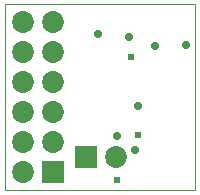
<source format=gbs>
G04 Layer_Color=16711935*
%FSLAX25Y25*%
%MOIN*%
G70*
G01*
G75*
%ADD20C,0.00100*%
%ADD36C,0.07300*%
%ADD37R,0.07300X0.07300*%
%ADD38R,0.07300X0.07300*%
%ADD39C,0.02400*%
%ADD40C,0.02800*%
D20*
X-6000Y-7000D02*
Y55000D01*
X57500D01*
X-6000Y-7000D02*
X57500D01*
Y55000D01*
D36*
X0Y49000D02*
D03*
X10000D02*
D03*
Y9000D02*
D03*
Y19000D02*
D03*
Y29000D02*
D03*
Y39000D02*
D03*
X0D02*
D03*
Y29000D02*
D03*
Y19000D02*
D03*
Y9000D02*
D03*
Y-1000D02*
D03*
X31000Y4000D02*
D03*
D37*
X10000Y-1000D02*
D03*
D38*
X21000Y4000D02*
D03*
D39*
X38500Y11500D02*
D03*
X36000Y37400D02*
D03*
X31500Y-3500D02*
D03*
D40*
X35500Y44000D02*
D03*
X44000Y41000D02*
D03*
X54500Y41500D02*
D03*
X31500Y11000D02*
D03*
X37500Y6500D02*
D03*
X38500Y21000D02*
D03*
X25000Y45000D02*
D03*
M02*

</source>
